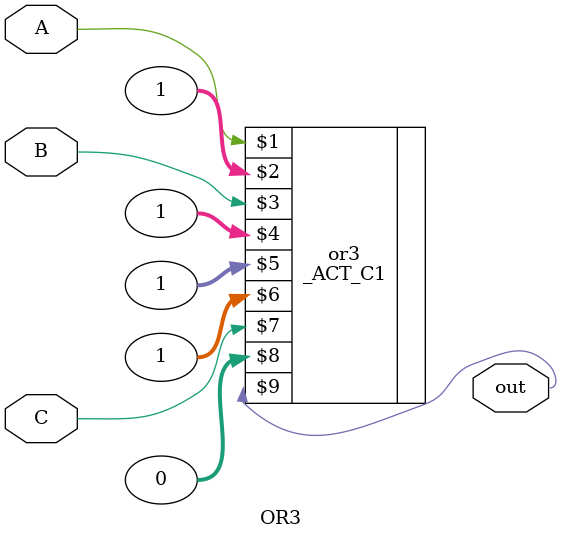
<source format=v>
module OR3 (
    input A,
    B,
    C,

    output out
);

    _ACT_C1 or3 ( A, 1, B, 1, 1, 1, C, 0, out);

endmodule

</source>
